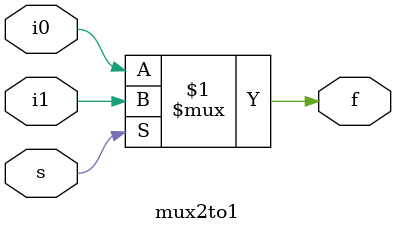
<source format=v>
module mux2to1(i0,i1,s,f);
input i0,i1,s;
output f;
assign f=(s?i1:i0);
endmodule
</source>
